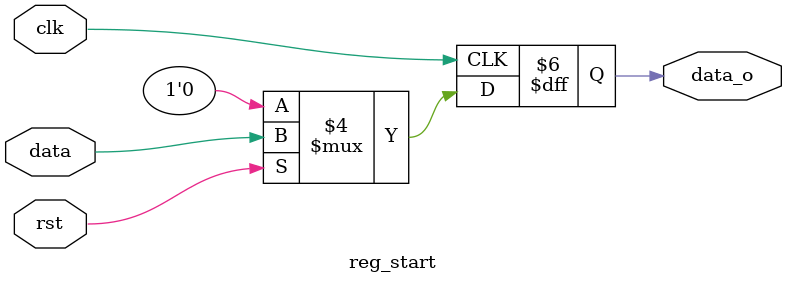
<source format=sv>
module reg_start(
input logic clk,rst,
input logic data,
output logic data_o
);
always @(posedge clk)
	begin
		if(!rst)
			begin
				data_o<=0;
			end
		else begin
			data_o <= data;
			end
	end
endmodule
</source>
